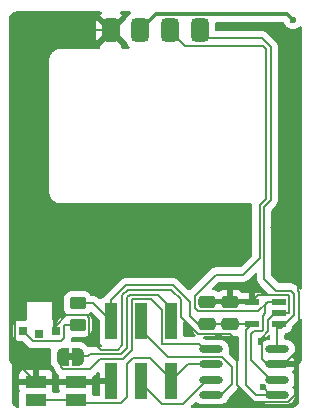
<source format=gbr>
%TF.GenerationSoftware,KiCad,Pcbnew,8.0.4*%
%TF.CreationDate,2024-10-20T23:48:37-07:00*%
%TF.ProjectId,MacSAO,4d616353-414f-42e6-9b69-6361645f7063,rev?*%
%TF.SameCoordinates,Original*%
%TF.FileFunction,Copper,L2,Bot*%
%TF.FilePolarity,Positive*%
%FSLAX46Y46*%
G04 Gerber Fmt 4.6, Leading zero omitted, Abs format (unit mm)*
G04 Created by KiCad (PCBNEW 8.0.4) date 2024-10-20 23:48:37*
%MOMM*%
%LPD*%
G01*
G04 APERTURE LIST*
G04 Aperture macros list*
%AMRoundRect*
0 Rectangle with rounded corners*
0 $1 Rounding radius*
0 $2 $3 $4 $5 $6 $7 $8 $9 X,Y pos of 4 corners*
0 Add a 4 corners polygon primitive as box body*
4,1,4,$2,$3,$4,$5,$6,$7,$8,$9,$2,$3,0*
0 Add four circle primitives for the rounded corners*
1,1,$1+$1,$2,$3*
1,1,$1+$1,$4,$5*
1,1,$1+$1,$6,$7*
1,1,$1+$1,$8,$9*
0 Add four rect primitives between the rounded corners*
20,1,$1+$1,$2,$3,$4,$5,0*
20,1,$1+$1,$4,$5,$6,$7,0*
20,1,$1+$1,$6,$7,$8,$9,0*
20,1,$1+$1,$8,$9,$2,$3,0*%
%AMFreePoly0*
4,1,19,0.500000,-0.750000,0.000000,-0.750000,0.000000,-0.744911,-0.071157,-0.744911,-0.207708,-0.704816,-0.327430,-0.627875,-0.420627,-0.520320,-0.479746,-0.390866,-0.500000,-0.250000,-0.500000,0.250000,-0.479746,0.390866,-0.420627,0.520320,-0.327430,0.627875,-0.207708,0.704816,-0.071157,0.744911,0.000000,0.744911,0.000000,0.750000,0.500000,0.750000,0.500000,-0.750000,0.500000,-0.750000,
$1*%
%AMFreePoly1*
4,1,19,0.000000,0.744911,0.071157,0.744911,0.207708,0.704816,0.327430,0.627875,0.420627,0.520320,0.479746,0.390866,0.500000,0.250000,0.500000,-0.250000,0.479746,-0.390866,0.420627,-0.520320,0.327430,-0.627875,0.207708,-0.704816,0.071157,-0.744911,0.000000,-0.744911,0.000000,-0.750000,-0.500000,-0.750000,-0.500000,0.750000,0.000000,0.750000,0.000000,0.744911,0.000000,0.744911,
$1*%
G04 Aperture macros list end*
%TA.AperFunction,EtchedComponent*%
%ADD10C,0.000000*%
%TD*%
%TA.AperFunction,SMDPad,CuDef*%
%ADD11R,1.800000X1.100000*%
%TD*%
%TA.AperFunction,SMDPad,CuDef*%
%ADD12R,1.160000X0.490000*%
%TD*%
%TA.AperFunction,SMDPad,CuDef*%
%ADD13R,1.180000X0.490000*%
%TD*%
%TA.AperFunction,SMDPad,CuDef*%
%ADD14RoundRect,0.250000X-0.475000X0.250000X-0.475000X-0.250000X0.475000X-0.250000X0.475000X0.250000X0*%
%TD*%
%TA.AperFunction,SMDPad,CuDef*%
%ADD15R,1.000000X3.150000*%
%TD*%
%TA.AperFunction,SMDPad,CuDef*%
%ADD16O,2.030000X0.650000*%
%TD*%
%TA.AperFunction,SMDPad,CuDef*%
%ADD17RoundRect,0.250000X-0.450000X0.262500X-0.450000X-0.262500X0.450000X-0.262500X0.450000X0.262500X0*%
%TD*%
%TA.AperFunction,SMDPad,CuDef*%
%ADD18R,0.700000X0.700000*%
%TD*%
%TA.AperFunction,SMDPad,CuDef*%
%ADD19FreePoly0,180.000000*%
%TD*%
%TA.AperFunction,SMDPad,CuDef*%
%ADD20FreePoly1,180.000000*%
%TD*%
%TA.AperFunction,SMDPad,CuDef*%
%ADD21RoundRect,0.375000X-0.375000X-0.625000X0.375000X-0.625000X0.375000X0.625000X-0.375000X0.625000X0*%
%TD*%
%TA.AperFunction,ViaPad*%
%ADD22C,0.600000*%
%TD*%
%TA.AperFunction,Conductor*%
%ADD23C,0.200000*%
%TD*%
%TA.AperFunction,Conductor*%
%ADD24C,0.350000*%
%TD*%
G04 APERTURE END LIST*
D10*
%TA.AperFunction,EtchedComponent*%
%TO.C,JP1*%
G36*
X160570000Y-102390000D02*
G01*
X160070000Y-102390000D01*
X160070000Y-101790000D01*
X160570000Y-101790000D01*
X160570000Y-102390000D01*
G37*
%TD.AperFunction*%
%TD*%
D11*
%TO.P,SW1,1,1*%
%TO.N,GND*%
X160800000Y-104245000D03*
%TO.P,SW1,1',1'*%
X157400000Y-104245000D03*
%TO.P,SW1,2,2*%
%TO.N,/GPIO2*%
X160800000Y-105745000D03*
%TO.P,SW1,2',2'*%
X157400000Y-105745000D03*
%TD*%
D12*
%TO.P,U3,1,SCL*%
%TO.N,/SoftSCL*%
X178000000Y-97450000D03*
%TO.P,U3,2,GND*%
%TO.N,GND*%
X178000000Y-98400000D03*
%TO.P,U3,3,SDA*%
%TO.N,/SoftSDA*%
X178000000Y-99350000D03*
D13*
%TO.P,U3,4,VCC*%
%TO.N,+3.3V*%
X175700000Y-99350000D03*
%TO.P,U3,5,WP*%
%TO.N,GND*%
X175700000Y-97450000D03*
%TD*%
D14*
%TO.P,C1,1*%
%TO.N,GND*%
X173870000Y-97470000D03*
%TO.P,C1,2*%
%TO.N,+3.3V*%
X173870000Y-99370000D03*
%TD*%
D15*
%TO.P,J1,1,Pin_1*%
%TO.N,+3.3V*%
X163800000Y-99125000D03*
%TO.P,J1,2,Pin_2*%
%TO.N,GND*%
X163800000Y-104175000D03*
%TO.P,J1,3,Pin_3*%
%TO.N,/SDA*%
X166340000Y-99125000D03*
%TO.P,J1,4,Pin_4*%
%TO.N,/SCL*%
X166340000Y-104175000D03*
%TO.P,J1,5,Pin_5*%
%TO.N,/ProgramEN*%
X168880000Y-99125000D03*
%TO.P,J1,6,Pin_6*%
%TO.N,/GPIO2*%
X168880000Y-104175000D03*
%TD*%
D16*
%TO.P,U2,1,PD6/A6/URX/T2CH3_/UTX_PA1/OSCI/A1/T1CH2/OPN0*%
%TO.N,/SoftSDA*%
X177850000Y-101490000D03*
%TO.P,U2,2,VSS*%
%TO.N,GND*%
X177850000Y-102760000D03*
%TO.P,U2,3,PA2/OSCO/A0/T1CH2N/OPP0/AETR2_*%
%TO.N,/SoftSCL*%
X177850000Y-104040000D03*
%TO.P,U2,4,VDD*%
%TO.N,+3.3V*%
X177850000Y-105310000D03*
%TO.P,U2,5,PC1/SDA/NSS/T2CH4_/T2CH1ETR_/T1BKIN_/URX_*%
%TO.N,/SDA*%
X172250000Y-105310000D03*
%TO.P,U2,6,PC2/SCL/URTS/T1BKIN/PC2/AETR_/T2CH2_/T1ETR_*%
%TO.N,/SCL*%
X172250000Y-104040000D03*
%TO.P,U2,7,PC4/A2/T1CH4/MCO/T1CH1CH2N_*%
%TO.N,/GPIO2*%
X172250000Y-102760000D03*
%TO.P,U2,8,PD4/A7/PD5/A5/SWIO/UTX/T2CH4_/URX_*%
%TO.N,/SWIO*%
X172250000Y-101490000D03*
%TD*%
D17*
%TO.P,R1,1*%
%TO.N,+3.3V*%
X160950000Y-97587500D03*
%TO.P,R1,2*%
%TO.N,Net-(R1-Pad2)*%
X160950000Y-99412500D03*
%TD*%
D18*
%TO.P,U1,1,1*%
%TO.N,Net-(R1-Pad2)*%
X156314440Y-99910000D03*
%TO.P,U1,2,2*%
%TO.N,GND*%
X159114440Y-99910000D03*
%TO.P,U1,3,NC*%
%TO.N,unconnected-(U1-NC-Pad3)*%
X157714440Y-100150000D03*
%TD*%
D14*
%TO.P,C2,1*%
%TO.N,GND*%
X171870000Y-97470000D03*
%TO.P,C2,2*%
%TO.N,+3.3V*%
X171870000Y-99370000D03*
%TD*%
D19*
%TO.P,JP1,1,A*%
%TO.N,/ProgramEN*%
X160970000Y-102090000D03*
D20*
%TO.P,JP1,2,B*%
%TO.N,/SWIO*%
X159670000Y-102090000D03*
%TD*%
D21*
%TO.P,J2,1,Pin_1*%
%TO.N,/SoftSDA*%
X171307000Y-74477000D03*
%TO.P,J2,2,Pin_2*%
%TO.N,/SoftSCL*%
X168767000Y-74477000D03*
%TO.P,J2,3,Pin_3*%
%TO.N,+3.3V*%
X166227000Y-74477000D03*
%TO.P,J2,4,Pin_4*%
%TO.N,GND*%
X163747000Y-74477000D03*
%TD*%
D22*
%TO.N,+3.3V*%
X176624436Y-104667533D03*
X179198000Y-73588000D03*
%TD*%
D23*
%TO.N,+3.3V*%
X169045686Y-96050000D02*
X170445000Y-97449314D01*
X177266903Y-105310000D02*
X176624436Y-104667533D01*
D24*
X178712000Y-73102000D02*
X179198000Y-73588000D01*
D23*
X175700000Y-99350000D02*
X175200000Y-99850000D01*
X175650000Y-99400000D02*
X175700000Y-99350000D01*
X175200000Y-104500000D02*
X176010000Y-105310000D01*
X170445000Y-97449314D02*
X170445000Y-98670000D01*
X170445000Y-98670000D02*
X171145000Y-99370000D01*
X160950000Y-97587500D02*
X162262500Y-97587500D01*
X177850000Y-105310000D02*
X177266903Y-105310000D01*
X171145000Y-99370000D02*
X171870000Y-99370000D01*
X164990000Y-96050000D02*
X169045686Y-96050000D01*
X162262500Y-97587500D02*
X163800000Y-99125000D01*
X163800000Y-97292943D02*
X164990000Y-96102943D01*
D24*
X166227000Y-74477000D02*
X167602000Y-73102000D01*
D23*
X164990000Y-96102943D02*
X164990000Y-96050000D01*
X175700000Y-99350000D02*
X171890000Y-99350000D01*
X175200000Y-99850000D02*
X175200000Y-104500000D01*
X171890000Y-99350000D02*
X171870000Y-99370000D01*
X176010000Y-105310000D02*
X177850000Y-105310000D01*
D24*
X167602000Y-73102000D02*
X178712000Y-73102000D01*
D23*
X163800000Y-99125000D02*
X163800000Y-97292943D01*
%TO.N,GND*%
X156733578Y-97200000D02*
X157700000Y-97200000D01*
X179350000Y-105383883D02*
X178798883Y-105935000D01*
X178000000Y-98400000D02*
X177665000Y-98400000D01*
X170210256Y-99220000D02*
X170170000Y-99220000D01*
X176960000Y-102760000D02*
X177850000Y-102760000D01*
X176245000Y-96905000D02*
X178855000Y-96905000D01*
X160800000Y-104245000D02*
X163730000Y-104245000D01*
X179600000Y-93400000D02*
X177350000Y-91150000D01*
X175700000Y-97450000D02*
X171890000Y-97450000D01*
X175885000Y-105935000D02*
X174450000Y-104500000D01*
X177850000Y-102760000D02*
X179100000Y-102760000D01*
X155664440Y-98269138D02*
X156733578Y-97200000D01*
X169680000Y-97250000D02*
X168880000Y-96450000D01*
X179680000Y-101495000D02*
X179680000Y-96598629D01*
X176535000Y-100515686D02*
X176535000Y-102335000D01*
X157700000Y-97200000D02*
X157881970Y-97018030D01*
X170170000Y-99220000D02*
X169680000Y-98730000D01*
X175700000Y-97450000D02*
X176245000Y-96905000D01*
X160720000Y-104175000D02*
X160650000Y-104245000D01*
X178880000Y-98370000D02*
X178850000Y-98400000D01*
X179350000Y-103010000D02*
X179350000Y-105383883D01*
X159114440Y-99480000D02*
X159114440Y-99910000D01*
X157881970Y-76071278D02*
X157881970Y-96181970D01*
X159114440Y-97414440D02*
X159114440Y-99703706D01*
X168880000Y-96450000D02*
X165208629Y-96450000D01*
X179100000Y-102760000D02*
X179350000Y-103010000D01*
X177665000Y-98400000D02*
X177100000Y-98965000D01*
X178850000Y-98400000D02*
X178000000Y-98400000D01*
X163730000Y-104245000D02*
X163800000Y-104175000D01*
X157881970Y-96181970D02*
X159114440Y-97414440D01*
X177850000Y-102760000D02*
X178415000Y-102760000D01*
X176535000Y-102335000D02*
X176960000Y-102760000D01*
X177100000Y-98965000D02*
X177100000Y-99950686D01*
X159476248Y-74477000D02*
X157881970Y-76071278D01*
X161950000Y-98830000D02*
X161720000Y-98600000D01*
X178415000Y-102760000D02*
X179680000Y-101495000D01*
X171160256Y-100170000D02*
X170210256Y-99220000D01*
X155664440Y-102509440D02*
X155664440Y-98269138D01*
X171890000Y-97450000D02*
X171870000Y-97470000D01*
X159114440Y-97635560D02*
X159114440Y-99703706D01*
X157881970Y-97018030D02*
X157881970Y-96181970D01*
X161720000Y-98600000D02*
X159994440Y-98600000D01*
X165208629Y-96450000D02*
X164740000Y-96918629D01*
X178855000Y-96905000D02*
X178880000Y-96930000D01*
X163747000Y-74477000D02*
X159476248Y-74477000D01*
X177100000Y-99950686D02*
X176535000Y-100515686D01*
X164380000Y-101500000D02*
X162920000Y-101500000D01*
X161950000Y-100530000D02*
X161950000Y-98830000D01*
X179600000Y-96518629D02*
X179600000Y-93400000D01*
X157400000Y-104245000D02*
X160800000Y-104245000D01*
X174450000Y-100750000D02*
X173870000Y-100170000D01*
X178798883Y-105935000D02*
X175885000Y-105935000D01*
X179680000Y-96598629D02*
X179600000Y-96518629D01*
X178880000Y-96930000D02*
X178880000Y-98370000D01*
X157400000Y-104245000D02*
X155664440Y-102509440D01*
X173870000Y-100170000D02*
X171160256Y-100170000D01*
X162920000Y-101500000D02*
X161950000Y-100530000D01*
X174450000Y-104500000D02*
X174450000Y-100750000D01*
X161200000Y-104245000D02*
X160650000Y-104245000D01*
X159994440Y-98600000D02*
X159114440Y-99480000D01*
X164740000Y-101140000D02*
X164380000Y-101500000D01*
X169680000Y-98730000D02*
X169680000Y-97250000D01*
X164740000Y-96918629D02*
X164740000Y-101140000D01*
%TO.N,/GPIO2*%
X168880000Y-103992843D02*
X167100000Y-102212843D01*
X168880000Y-104175000D02*
X168880000Y-103992843D01*
X164600000Y-106050000D02*
X161105000Y-106050000D01*
X170295000Y-102760000D02*
X168880000Y-104175000D01*
X157400000Y-105745000D02*
X160800000Y-105745000D01*
X167100000Y-102212843D02*
X165627157Y-102212843D01*
X160650000Y-105745000D02*
X160955000Y-106050000D01*
X165100000Y-105550000D02*
X164600000Y-106050000D01*
X165100000Y-102740000D02*
X165100000Y-105550000D01*
X165627157Y-102212843D02*
X165100000Y-102740000D01*
X172250000Y-102760000D02*
X170295000Y-102760000D01*
X161105000Y-106050000D02*
X160800000Y-105745000D01*
%TO.N,/SoftSDA*%
X178175000Y-99650000D02*
X179280000Y-98545000D01*
X177730000Y-96505000D02*
X176750000Y-95525000D01*
X177300000Y-75881000D02*
X176531000Y-75112000D01*
X177850000Y-99650000D02*
X178175000Y-99650000D01*
X177850000Y-99650000D02*
X177850000Y-99500000D01*
X176750000Y-89428686D02*
X177300000Y-88878686D01*
X176750000Y-95525000D02*
X176750000Y-89428686D01*
X179020685Y-96505000D02*
X177730000Y-96505000D01*
X179280000Y-96764315D02*
X179020685Y-96505000D01*
X176531000Y-75112000D02*
X171942000Y-75112000D01*
X177300000Y-88878686D02*
X177300000Y-75881000D01*
X177850000Y-101490000D02*
X177850000Y-99650000D01*
X177850000Y-99500000D02*
X178000000Y-99350000D01*
X179280000Y-98545000D02*
X179280000Y-96764315D01*
X171942000Y-75112000D02*
X171307000Y-74477000D01*
%TO.N,/SoftSCL*%
X176230000Y-98270000D02*
X177050000Y-97450000D01*
X171160256Y-98270000D02*
X176230000Y-98270000D01*
X170845000Y-96945256D02*
X170845000Y-97954744D01*
X176900000Y-76046686D02*
X176900000Y-88713000D01*
X170845000Y-97954744D02*
X171160256Y-98270000D01*
X175600000Y-102355000D02*
X175600000Y-100150000D01*
X177050000Y-97450000D02*
X178000000Y-97450000D01*
X176600000Y-98650000D02*
X176850000Y-98400000D01*
X176350000Y-89263000D02*
X176350000Y-93760000D01*
X176850000Y-98400000D02*
X176850000Y-97650000D01*
X176630314Y-75777000D02*
X176900000Y-76046686D01*
X175600000Y-100150000D02*
X175855000Y-99895000D01*
X176350000Y-93760000D02*
X174960000Y-95150000D01*
X176590000Y-99895000D02*
X176600000Y-99885000D01*
X177850000Y-104040000D02*
X177285000Y-104040000D01*
X174960000Y-95150000D02*
X172640256Y-95150000D01*
X172640256Y-95150000D02*
X170845000Y-96945256D01*
X170067000Y-75777000D02*
X176630314Y-75777000D01*
X168767000Y-74477000D02*
X170067000Y-75777000D01*
X176850000Y-97650000D02*
X177050000Y-97450000D01*
X177285000Y-104040000D02*
X175600000Y-102355000D01*
X176900000Y-88713000D02*
X176350000Y-89263000D01*
X175855000Y-99895000D02*
X176590000Y-99895000D01*
X176600000Y-99885000D02*
X176600000Y-98650000D01*
%TO.N,/SWIO*%
X172250000Y-101490000D02*
X171685000Y-101490000D01*
X171195000Y-101000000D02*
X168080000Y-101000000D01*
X168080000Y-98190000D02*
X167140000Y-97250000D01*
X162880000Y-102300000D02*
X162010000Y-103170000D01*
X165540000Y-101520000D02*
X164760000Y-102300000D01*
X171685000Y-101490000D02*
X171195000Y-101000000D01*
X167140000Y-97250000D02*
X165540000Y-97250000D01*
X159570000Y-102090000D02*
X159764440Y-101895560D01*
X159730000Y-103170000D02*
X159570000Y-103010000D01*
X162010000Y-103170000D02*
X159730000Y-103170000D01*
X168080000Y-101000000D02*
X168080000Y-98190000D01*
X164760000Y-102300000D02*
X162880000Y-102300000D01*
X159570000Y-103010000D02*
X159570000Y-102090000D01*
X165540000Y-97250000D02*
X165540000Y-101520000D01*
%TO.N,/SCL*%
X169850000Y-106100000D02*
X171910000Y-104040000D01*
X168130000Y-106100000D02*
X169850000Y-106100000D01*
X171910000Y-104040000D02*
X172250000Y-104040000D01*
X166340000Y-104310000D02*
X168130000Y-106100000D01*
X166340000Y-104175000D02*
X166340000Y-104310000D01*
%TO.N,/SDA*%
X173119569Y-105310000D02*
X172250000Y-105310000D01*
X173178883Y-102115000D02*
X174000000Y-102936117D01*
X168615000Y-102115000D02*
X173178883Y-102115000D01*
X174000000Y-102936117D02*
X174000000Y-104429569D01*
X166340000Y-99125000D02*
X166340000Y-99840000D01*
X174000000Y-104429569D02*
X173119569Y-105310000D01*
X166340000Y-99840000D02*
X168615000Y-102115000D01*
%TO.N,Net-(R1-Pad2)*%
X157204440Y-100800000D02*
X156314440Y-99910000D01*
X156064440Y-99953706D02*
X156314440Y-99703706D01*
X161237500Y-99125000D02*
X160950000Y-99412500D01*
X159764440Y-100560000D02*
X159524440Y-100800000D01*
X159764440Y-99412500D02*
X159764440Y-100560000D01*
X156350000Y-99739266D02*
X156314440Y-99703706D01*
X159524440Y-100800000D02*
X157204440Y-100800000D01*
X160950000Y-99412500D02*
X159764440Y-99412500D01*
%TO.N,/ProgramEN*%
X161844314Y-102030000D02*
X161974314Y-101900000D01*
X160870000Y-102090000D02*
X160870000Y-101760000D01*
X161140000Y-102030000D02*
X161844314Y-102030000D01*
X160870000Y-101760000D02*
X161140000Y-102030000D01*
X165140000Y-97084315D02*
X165374315Y-96850000D01*
X165374315Y-96850000D02*
X167760000Y-96850000D01*
X168880000Y-99480000D02*
X168880000Y-99125000D01*
X161974314Y-101900000D02*
X164594314Y-101900000D01*
X167760000Y-96850000D02*
X168880000Y-97970000D01*
X164594314Y-101900000D02*
X165140000Y-101354314D01*
X168880000Y-97970000D02*
X168880000Y-99125000D01*
X165140000Y-101354314D02*
X165140000Y-97084315D01*
%TD*%
%TA.AperFunction,Conductor*%
%TO.N,GND*%
G36*
X179883443Y-98893307D02*
G01*
X179939376Y-98935179D01*
X179963793Y-99000643D01*
X179964109Y-99009489D01*
X179964109Y-102168960D01*
X179964057Y-102172541D01*
X179962942Y-102211129D01*
X179962528Y-102218289D01*
X179959386Y-102254426D01*
X179958559Y-102261544D01*
X179953411Y-102296915D01*
X179952181Y-102303940D01*
X179945089Y-102338561D01*
X179943468Y-102345467D01*
X179934480Y-102379354D01*
X179932484Y-102386100D01*
X179921679Y-102419146D01*
X179919324Y-102425716D01*
X179906732Y-102457961D01*
X179904039Y-102464328D01*
X179889742Y-102495662D01*
X179886731Y-102501806D01*
X179870751Y-102532259D01*
X179867440Y-102538170D01*
X179849851Y-102567654D01*
X179846261Y-102573318D01*
X179827122Y-102601781D01*
X179823270Y-102607191D01*
X179802628Y-102634597D01*
X179798532Y-102639745D01*
X179776456Y-102666029D01*
X179772123Y-102670921D01*
X179748644Y-102696058D01*
X179744092Y-102700682D01*
X179719314Y-102724572D01*
X179714555Y-102728928D01*
X179686090Y-102753649D01*
X179686090Y-105850087D01*
X179686051Y-105853202D01*
X179685411Y-105878670D01*
X179685097Y-105884904D01*
X179683321Y-105908392D01*
X179682696Y-105914588D01*
X179679774Y-105937713D01*
X179678840Y-105943862D01*
X179674806Y-105966564D01*
X179673570Y-105972632D01*
X179668456Y-105994894D01*
X179666923Y-106000881D01*
X179660753Y-106022695D01*
X179658939Y-106028551D01*
X179651741Y-106049907D01*
X179649644Y-106055655D01*
X179641450Y-106076506D01*
X179639088Y-106082111D01*
X179629904Y-106102485D01*
X179627282Y-106107941D01*
X179617172Y-106127730D01*
X179614301Y-106133028D01*
X179603266Y-106152260D01*
X179600158Y-106157386D01*
X179588220Y-106176041D01*
X179584877Y-106180997D01*
X179572087Y-106199008D01*
X179568518Y-106203786D01*
X179554888Y-106221147D01*
X179551104Y-106225736D01*
X179536668Y-106242411D01*
X179532673Y-106246808D01*
X179517460Y-106262767D01*
X179513262Y-106266965D01*
X179497299Y-106282181D01*
X179492904Y-106286174D01*
X179476229Y-106300610D01*
X179471637Y-106304396D01*
X179454280Y-106318022D01*
X179449509Y-106321586D01*
X179431488Y-106334384D01*
X179426531Y-106337728D01*
X179407896Y-106349654D01*
X179402765Y-106352765D01*
X179383506Y-106363815D01*
X179378208Y-106366686D01*
X179358420Y-106376795D01*
X179352961Y-106379418D01*
X179332616Y-106388588D01*
X179327019Y-106390947D01*
X179306152Y-106399148D01*
X179300404Y-106401245D01*
X179279062Y-106408439D01*
X179273197Y-106410256D01*
X179251354Y-106416433D01*
X179245393Y-106417959D01*
X179223119Y-106423076D01*
X179217062Y-106424310D01*
X179194359Y-106428344D01*
X179188211Y-106429278D01*
X179165087Y-106432200D01*
X179158893Y-106432825D01*
X179135396Y-106434602D01*
X179129161Y-106434916D01*
X179106307Y-106435490D01*
X179103698Y-106435556D01*
X179100586Y-106435595D01*
X170663001Y-106435595D01*
X170595962Y-106415910D01*
X170550207Y-106363106D01*
X170540263Y-106293948D01*
X170569288Y-106230392D01*
X170575320Y-106223914D01*
X170623199Y-106176035D01*
X170853220Y-105946013D01*
X170914542Y-105912530D01*
X170984234Y-105917514D01*
X171028581Y-105946015D01*
X171033771Y-105951205D01*
X171033779Y-105951211D01*
X171168976Y-106041547D01*
X171168980Y-106041549D01*
X171316077Y-106102478D01*
X171319211Y-106103776D01*
X171319215Y-106103776D01*
X171319216Y-106103777D01*
X171478692Y-106135500D01*
X171478695Y-106135500D01*
X173021307Y-106135500D01*
X173128598Y-106114157D01*
X173180789Y-106103776D01*
X173297005Y-106055638D01*
X173331019Y-106041549D01*
X173331023Y-106041547D01*
X173400844Y-105994894D01*
X173466225Y-105951208D01*
X173581208Y-105836225D01*
X173671548Y-105701021D01*
X173728412Y-105563737D01*
X173755288Y-105523514D01*
X174358506Y-104920297D01*
X174358511Y-104920293D01*
X174368714Y-104910089D01*
X174368716Y-104910089D01*
X174480520Y-104798285D01*
X174480523Y-104798278D01*
X174480700Y-104798050D01*
X174480903Y-104797901D01*
X174486267Y-104792538D01*
X174487103Y-104793374D01*
X174537126Y-104756845D01*
X174606872Y-104752688D01*
X174667794Y-104786898D01*
X174686465Y-104811533D01*
X174719477Y-104868712D01*
X174719481Y-104868717D01*
X174838349Y-104987585D01*
X174838355Y-104987590D01*
X175525139Y-105674374D01*
X175525149Y-105674385D01*
X175529479Y-105678715D01*
X175529480Y-105678716D01*
X175641284Y-105790520D01*
X175720448Y-105836225D01*
X175778215Y-105869577D01*
X175930943Y-105910501D01*
X175930946Y-105910501D01*
X176096653Y-105910501D01*
X176096669Y-105910500D01*
X176541704Y-105910500D01*
X176608743Y-105930185D01*
X176629385Y-105946819D01*
X176633771Y-105951205D01*
X176633779Y-105951211D01*
X176768976Y-106041547D01*
X176768980Y-106041549D01*
X176916077Y-106102478D01*
X176919211Y-106103776D01*
X176919215Y-106103776D01*
X176919216Y-106103777D01*
X177078692Y-106135500D01*
X177078695Y-106135500D01*
X178621307Y-106135500D01*
X178728598Y-106114157D01*
X178780789Y-106103776D01*
X178897005Y-106055638D01*
X178931019Y-106041549D01*
X178931023Y-106041547D01*
X179000844Y-105994894D01*
X179066225Y-105951208D01*
X179181208Y-105836225D01*
X179271548Y-105701021D01*
X179333776Y-105550789D01*
X179365500Y-105391305D01*
X179365500Y-105228695D01*
X179365500Y-105228692D01*
X179333777Y-105069216D01*
X179333776Y-105069215D01*
X179333776Y-105069211D01*
X179331548Y-105063831D01*
X179271549Y-104918980D01*
X179271547Y-104918976D01*
X179181211Y-104783779D01*
X179181210Y-104783777D01*
X179172933Y-104775500D01*
X179160113Y-104762680D01*
X179126629Y-104701360D01*
X179131612Y-104631669D01*
X179160113Y-104587319D01*
X179181208Y-104566225D01*
X179228799Y-104495000D01*
X179271547Y-104431023D01*
X179271549Y-104431019D01*
X179308723Y-104341272D01*
X179333776Y-104280789D01*
X179354578Y-104176211D01*
X179365500Y-104121307D01*
X179365500Y-103958692D01*
X179333777Y-103799216D01*
X179333776Y-103799215D01*
X179333776Y-103799211D01*
X179304933Y-103729577D01*
X179271549Y-103648980D01*
X179271547Y-103648976D01*
X179181211Y-103513779D01*
X179181210Y-103513777D01*
X179169580Y-103502147D01*
X179154759Y-103487326D01*
X179121275Y-103426006D01*
X179126259Y-103356314D01*
X179154761Y-103311963D01*
X179180822Y-103285902D01*
X179271107Y-103150781D01*
X179329421Y-103010000D01*
X177724000Y-103010000D01*
X177656961Y-102990315D01*
X177611206Y-102937511D01*
X177600000Y-102886000D01*
X177600000Y-102634000D01*
X177619685Y-102566961D01*
X177672489Y-102521206D01*
X177724000Y-102510000D01*
X179329421Y-102510000D01*
X179329420Y-102509999D01*
X179271107Y-102369218D01*
X179180819Y-102234093D01*
X179180816Y-102234089D01*
X179159761Y-102213034D01*
X179126276Y-102151711D01*
X179131260Y-102082019D01*
X179159760Y-102037672D01*
X179181208Y-102016225D01*
X179271548Y-101881021D01*
X179333776Y-101730789D01*
X179344157Y-101678598D01*
X179365500Y-101571307D01*
X179365500Y-101408692D01*
X179333777Y-101249216D01*
X179333776Y-101249215D01*
X179333776Y-101249211D01*
X179314163Y-101201860D01*
X179271549Y-101098980D01*
X179271547Y-101098976D01*
X179181211Y-100963779D01*
X179181205Y-100963771D01*
X179066228Y-100848794D01*
X179066220Y-100848788D01*
X178931023Y-100758452D01*
X178931019Y-100758450D01*
X178780793Y-100696225D01*
X178780783Y-100696222D01*
X178621307Y-100664500D01*
X178621305Y-100664500D01*
X178574500Y-100664500D01*
X178507461Y-100644815D01*
X178461706Y-100592011D01*
X178450500Y-100540500D01*
X178450500Y-100255928D01*
X178470185Y-100188889D01*
X178512499Y-100148541D01*
X178543716Y-100130520D01*
X178543720Y-100130516D01*
X178550166Y-100125571D01*
X178551256Y-100126992D01*
X178603742Y-100098333D01*
X178624586Y-100096091D01*
X178624576Y-100095900D01*
X178624571Y-100095854D01*
X178624573Y-100095853D01*
X178624564Y-100095676D01*
X178627857Y-100095499D01*
X178627872Y-100095499D01*
X178687483Y-100089091D01*
X178822331Y-100038796D01*
X178937546Y-99952546D01*
X179023796Y-99837331D01*
X179074091Y-99702483D01*
X179075101Y-99693085D01*
X179080499Y-99642885D01*
X179080677Y-99639566D01*
X179080855Y-99639575D01*
X179080856Y-99639569D01*
X179080977Y-99639582D01*
X179082127Y-99639643D01*
X179100122Y-99578152D01*
X179116813Y-99557420D01*
X179638506Y-99035728D01*
X179638511Y-99035724D01*
X179648714Y-99025520D01*
X179648716Y-99025520D01*
X179752428Y-98921808D01*
X179813751Y-98888323D01*
X179883443Y-98893307D01*
G37*
%TD.AperFunction*%
%TA.AperFunction,Conductor*%
G36*
X162928543Y-72885753D02*
G01*
X162974298Y-72938557D01*
X162984242Y-73007715D01*
X162955217Y-73071271D01*
X162916599Y-73101156D01*
X162897969Y-73110395D01*
X162807040Y-73183486D01*
X162807039Y-73183486D01*
X163747000Y-74123447D01*
X163747001Y-74123447D01*
X164686959Y-73183487D01*
X164596024Y-73110392D01*
X164577402Y-73101157D01*
X164526089Y-73053736D01*
X164508559Y-72986101D01*
X164530379Y-72919726D01*
X164584619Y-72875683D01*
X164632496Y-72866068D01*
X165340381Y-72866068D01*
X165407420Y-72885753D01*
X165453175Y-72938557D01*
X165463119Y-73007715D01*
X165434094Y-73071271D01*
X165395477Y-73101155D01*
X165377704Y-73109970D01*
X165377702Y-73109971D01*
X165229278Y-73229277D01*
X165229277Y-73229278D01*
X165109969Y-73377704D01*
X165030568Y-73537803D01*
X165007161Y-73570389D01*
X164100553Y-74476999D01*
X164100553Y-74477001D01*
X165007160Y-75383608D01*
X165030567Y-75416195D01*
X165109967Y-75576292D01*
X165109969Y-75576295D01*
X165229275Y-75724719D01*
X165229276Y-75724720D01*
X165229278Y-75724722D01*
X165316831Y-75795099D01*
X165356748Y-75852440D01*
X165359328Y-75922262D01*
X165323750Y-75982395D01*
X165261309Y-76013747D01*
X165239142Y-76015744D01*
X164734062Y-76015744D01*
X164667023Y-75996059D01*
X164621268Y-75943255D01*
X164611324Y-75874097D01*
X164640349Y-75810541D01*
X164656374Y-75795097D01*
X164686958Y-75770511D01*
X163747000Y-74830553D01*
X162807040Y-75770512D01*
X162837625Y-75795097D01*
X162877544Y-75852440D01*
X162880124Y-75922262D01*
X162844545Y-75982395D01*
X162782105Y-76013747D01*
X162759938Y-76015744D01*
X159475663Y-76015744D01*
X159475658Y-76015744D01*
X159426162Y-76021708D01*
X159426155Y-76021709D01*
X159426148Y-76021710D01*
X159377439Y-76029852D01*
X159329486Y-76040137D01*
X159329472Y-76040140D01*
X159282434Y-76052490D01*
X159282412Y-76052496D01*
X159236270Y-76066877D01*
X159191101Y-76083228D01*
X159191076Y-76083238D01*
X159146929Y-76101510D01*
X159103846Y-76121655D01*
X159061922Y-76143599D01*
X159021145Y-76167324D01*
X158995870Y-76183583D01*
X158989275Y-76187826D01*
X158981597Y-76192765D01*
X158943376Y-76219836D01*
X158906468Y-76248535D01*
X158870994Y-76278755D01*
X158870979Y-76278768D01*
X158836924Y-76310514D01*
X158804404Y-76343675D01*
X158804378Y-76343702D01*
X158773397Y-76378274D01*
X158744037Y-76414175D01*
X158716322Y-76451388D01*
X158690338Y-76489816D01*
X158666128Y-76529420D01*
X158643724Y-76570189D01*
X158623229Y-76611976D01*
X158623210Y-76612016D01*
X158604637Y-76654845D01*
X158588041Y-76698665D01*
X158573488Y-76743386D01*
X158561021Y-76789003D01*
X158550704Y-76835415D01*
X158550701Y-76835431D01*
X158542590Y-76882566D01*
X158536726Y-76930438D01*
X158536724Y-76930458D01*
X158533169Y-76978948D01*
X158533167Y-76978987D01*
X158531970Y-77028102D01*
X158531970Y-77028109D01*
X158531970Y-88115488D01*
X158533337Y-88167872D01*
X158537396Y-88219571D01*
X158537397Y-88219579D01*
X158537398Y-88219590D01*
X158544078Y-88270517D01*
X158553321Y-88320653D01*
X158553328Y-88320689D01*
X158565057Y-88369909D01*
X158565059Y-88369917D01*
X158579230Y-88418252D01*
X158595750Y-88465536D01*
X158595761Y-88465565D01*
X158614570Y-88511766D01*
X158614586Y-88511803D01*
X158635639Y-88556902D01*
X158658845Y-88600779D01*
X158658857Y-88600799D01*
X158658865Y-88600814D01*
X158684191Y-88643464D01*
X158711553Y-88684787D01*
X158711560Y-88684797D01*
X158711565Y-88684804D01*
X158740871Y-88724705D01*
X158772123Y-88763204D01*
X158772132Y-88763215D01*
X158805179Y-88800144D01*
X158805184Y-88800149D01*
X158805192Y-88800157D01*
X158840039Y-88835534D01*
X158876593Y-88869264D01*
X158914789Y-88901282D01*
X158954562Y-88931525D01*
X158954580Y-88931537D01*
X158954593Y-88931547D01*
X158981236Y-88949878D01*
X158995845Y-88959929D01*
X159038573Y-88986429D01*
X159082682Y-89010961D01*
X159128104Y-89033461D01*
X159174775Y-89053866D01*
X159174792Y-89053872D01*
X159174805Y-89053878D01*
X159206677Y-89066028D01*
X159222629Y-89072110D01*
X159271600Y-89088129D01*
X159321623Y-89101860D01*
X159321626Y-89101860D01*
X159321631Y-89101862D01*
X159330560Y-89103853D01*
X159372633Y-89113239D01*
X159424563Y-89122200D01*
X159477349Y-89128681D01*
X159530924Y-89132616D01*
X159549023Y-89133058D01*
X159585221Y-89133942D01*
X175475879Y-89133942D01*
X175475880Y-89133942D01*
X175479756Y-89133847D01*
X175530161Y-89132616D01*
X175577718Y-89129119D01*
X175583673Y-89128682D01*
X175583673Y-89128681D01*
X175583686Y-89128681D01*
X175610365Y-89125400D01*
X175679305Y-89136755D01*
X175731163Y-89183580D01*
X175749499Y-89248473D01*
X175749499Y-89352046D01*
X175749500Y-89352059D01*
X175749500Y-93459903D01*
X175729815Y-93526942D01*
X175713181Y-93547584D01*
X174747584Y-94513181D01*
X174686261Y-94546666D01*
X174659903Y-94549500D01*
X172561196Y-94549500D01*
X172520275Y-94560464D01*
X172520275Y-94560465D01*
X172483007Y-94570451D01*
X172408470Y-94590423D01*
X172408465Y-94590426D01*
X172271546Y-94669475D01*
X172271538Y-94669481D01*
X172159734Y-94781286D01*
X170480651Y-96460368D01*
X170419328Y-96493853D01*
X170349636Y-96488869D01*
X170305289Y-96460368D01*
X169533276Y-95688355D01*
X169533274Y-95688352D01*
X169414403Y-95569481D01*
X169414395Y-95569475D01*
X169326475Y-95518715D01*
X169326474Y-95518715D01*
X169305763Y-95506757D01*
X169277471Y-95490423D01*
X169124743Y-95449499D01*
X168966629Y-95449499D01*
X168959033Y-95449499D01*
X168959017Y-95449500D01*
X164910943Y-95449500D01*
X164758216Y-95490423D01*
X164758209Y-95490426D01*
X164621290Y-95569475D01*
X164621282Y-95569481D01*
X164509482Y-95681281D01*
X164509480Y-95681284D01*
X164445320Y-95792412D01*
X164425614Y-95818092D01*
X163431286Y-96812421D01*
X163319481Y-96924225D01*
X163319479Y-96924227D01*
X163278269Y-96995606D01*
X163227702Y-97043821D01*
X163199407Y-97054279D01*
X163192525Y-97055905D01*
X163057671Y-97106202D01*
X163057664Y-97106206D01*
X162942455Y-97192452D01*
X162942452Y-97192455D01*
X162931557Y-97207009D01*
X162875622Y-97248878D01*
X162805930Y-97253860D01*
X162744612Y-97220376D01*
X162631217Y-97106981D01*
X162631216Y-97106980D01*
X162531657Y-97049500D01*
X162494285Y-97027923D01*
X162341557Y-96986999D01*
X162183443Y-96986999D01*
X162175847Y-96986999D01*
X162175831Y-96987000D01*
X162142508Y-96987000D01*
X162075469Y-96967315D01*
X162036969Y-96928097D01*
X162024543Y-96907951D01*
X161992712Y-96856344D01*
X161868656Y-96732288D01*
X161725333Y-96643886D01*
X161719336Y-96640187D01*
X161719331Y-96640185D01*
X161717862Y-96639698D01*
X161552797Y-96585001D01*
X161552795Y-96585000D01*
X161450010Y-96574500D01*
X160449998Y-96574500D01*
X160449980Y-96574501D01*
X160347203Y-96585000D01*
X160347200Y-96585001D01*
X160180668Y-96640185D01*
X160180663Y-96640187D01*
X160031342Y-96732289D01*
X159907289Y-96856342D01*
X159815187Y-97005663D01*
X159815185Y-97005668D01*
X159799077Y-97054279D01*
X159760001Y-97172203D01*
X159760001Y-97172204D01*
X159760000Y-97172204D01*
X159749500Y-97274983D01*
X159749500Y-97900001D01*
X159749501Y-97900019D01*
X159760000Y-98002796D01*
X159760001Y-98002799D01*
X159815185Y-98169331D01*
X159815187Y-98169336D01*
X159907289Y-98318657D01*
X160000951Y-98412319D01*
X160034436Y-98473642D01*
X160029452Y-98543334D01*
X160000951Y-98587681D01*
X159907289Y-98681342D01*
X159863031Y-98753097D01*
X159811083Y-98799821D01*
X159757492Y-98812000D01*
X159685383Y-98812000D01*
X159532656Y-98852923D01*
X159532649Y-98852926D01*
X159395730Y-98931975D01*
X159395722Y-98931981D01*
X159283921Y-99043782D01*
X159283915Y-99043790D01*
X159204866Y-99180709D01*
X159204863Y-99180716D01*
X159163940Y-99333443D01*
X159163940Y-100036000D01*
X159144255Y-100103039D01*
X159091451Y-100148794D01*
X159039940Y-100160000D01*
X158988440Y-100160000D01*
X158921401Y-100140315D01*
X158875646Y-100087511D01*
X158864440Y-100036000D01*
X158864440Y-99060000D01*
X158850073Y-99045633D01*
X158831961Y-99040315D01*
X158786206Y-98987511D01*
X158775000Y-98936000D01*
X158775000Y-97450000D01*
X156625000Y-97450000D01*
X156625000Y-98935500D01*
X156605315Y-99002539D01*
X156552511Y-99048294D01*
X156501000Y-99059500D01*
X155916569Y-99059500D01*
X155916563Y-99059501D01*
X155856956Y-99065908D01*
X155722111Y-99116202D01*
X155722104Y-99116206D01*
X155606895Y-99202452D01*
X155606892Y-99202455D01*
X155520646Y-99317664D01*
X155520642Y-99317671D01*
X155470348Y-99452517D01*
X155463941Y-99512116D01*
X155463940Y-99512135D01*
X155463940Y-99869513D01*
X155463939Y-99869539D01*
X155463939Y-100037873D01*
X155463940Y-100037898D01*
X155463941Y-100307864D01*
X155463941Y-100307876D01*
X155470348Y-100367483D01*
X155520642Y-100502328D01*
X155520646Y-100502335D01*
X155606892Y-100617544D01*
X155606895Y-100617547D01*
X155722104Y-100703793D01*
X155722111Y-100703797D01*
X155767058Y-100720561D01*
X155856957Y-100754091D01*
X155916567Y-100760500D01*
X156264342Y-100760499D01*
X156331381Y-100780183D01*
X156352023Y-100796818D01*
X156719579Y-101164374D01*
X156719589Y-101164385D01*
X156723919Y-101168715D01*
X156723920Y-101168716D01*
X156835724Y-101280520D01*
X156921740Y-101330181D01*
X156921741Y-101330182D01*
X156972649Y-101359574D01*
X156972650Y-101359574D01*
X156972655Y-101359577D01*
X157125383Y-101400500D01*
X158585458Y-101400500D01*
X158652497Y-101420185D01*
X158698252Y-101472989D01*
X158708196Y-101542147D01*
X158704435Y-101559435D01*
X158684966Y-101625738D01*
X158684963Y-101625748D01*
X158664503Y-101768059D01*
X158664503Y-101824399D01*
X158664500Y-101824409D01*
X158664500Y-102355573D01*
X158664503Y-102355601D01*
X158664503Y-102411941D01*
X158676546Y-102495698D01*
X158683703Y-102545478D01*
X158683703Y-102545481D01*
X158684964Y-102554255D01*
X158725503Y-102692313D01*
X158785223Y-102823081D01*
X158785227Y-102823087D01*
X158785230Y-102823094D01*
X158863014Y-102944130D01*
X158903033Y-102990315D01*
X158942273Y-103035601D01*
X158968334Y-103084709D01*
X159010424Y-103241789D01*
X159012983Y-103246221D01*
X159012987Y-103246226D01*
X159089477Y-103378712D01*
X159089481Y-103378717D01*
X159208349Y-103497585D01*
X159208355Y-103497590D01*
X159245139Y-103534374D01*
X159245149Y-103534385D01*
X159249479Y-103538715D01*
X159249480Y-103538716D01*
X159361284Y-103650520D01*
X159361286Y-103650521D01*
X159363681Y-103652916D01*
X159397166Y-103714239D01*
X159400000Y-103740598D01*
X159400000Y-103995000D01*
X162200000Y-103995000D01*
X162200000Y-103825293D01*
X162219685Y-103758254D01*
X162262000Y-103717906D01*
X162302558Y-103694489D01*
X162302574Y-103694480D01*
X162378716Y-103650520D01*
X162490520Y-103538716D01*
X162490520Y-103538714D01*
X162500721Y-103528514D01*
X162500724Y-103528509D01*
X162588321Y-103440912D01*
X162649643Y-103407430D01*
X162719334Y-103412414D01*
X162775268Y-103454286D01*
X162799684Y-103519751D01*
X162800000Y-103528596D01*
X162800000Y-103925000D01*
X163926000Y-103925000D01*
X163993039Y-103944685D01*
X164038794Y-103997489D01*
X164050000Y-104049000D01*
X164050000Y-104301000D01*
X164030315Y-104368039D01*
X163977511Y-104413794D01*
X163926000Y-104425000D01*
X162800000Y-104425000D01*
X162800000Y-105325500D01*
X162780315Y-105392539D01*
X162727511Y-105438294D01*
X162676000Y-105449500D01*
X162324499Y-105449500D01*
X162257460Y-105429815D01*
X162211705Y-105377011D01*
X162200499Y-105325500D01*
X162200499Y-105147129D01*
X162200498Y-105147123D01*
X162194091Y-105087517D01*
X162187261Y-105069206D01*
X162175480Y-105037618D01*
X162170495Y-104967927D01*
X162175480Y-104950949D01*
X162193597Y-104902375D01*
X162193598Y-104902372D01*
X162199999Y-104842844D01*
X162200000Y-104842827D01*
X162200000Y-104495000D01*
X159400000Y-104495000D01*
X159400000Y-104842844D01*
X159406401Y-104902372D01*
X159406403Y-104902383D01*
X159424519Y-104950953D01*
X159429503Y-105020644D01*
X159424520Y-105037616D01*
X159414743Y-105063831D01*
X159372873Y-105119765D01*
X159307409Y-105144184D01*
X159298560Y-105144500D01*
X158901439Y-105144500D01*
X158834400Y-105124815D01*
X158788645Y-105072011D01*
X158785257Y-105063833D01*
X158775478Y-105037615D01*
X158770495Y-104967926D01*
X158775480Y-104950949D01*
X158793597Y-104902375D01*
X158793598Y-104902372D01*
X158799999Y-104842844D01*
X158800000Y-104842827D01*
X158800000Y-104495000D01*
X156000000Y-104495000D01*
X156000000Y-104842844D01*
X156006401Y-104902372D01*
X156006403Y-104902383D01*
X156024519Y-104950953D01*
X156029503Y-105020644D01*
X156024520Y-105037616D01*
X156005908Y-105087517D01*
X155999816Y-105144184D01*
X155999501Y-105147123D01*
X155999500Y-105147135D01*
X155999500Y-106303332D01*
X155979815Y-106370371D01*
X155927011Y-106416126D01*
X155857853Y-106426070D01*
X155853793Y-106425417D01*
X155847550Y-106424307D01*
X155841492Y-106423074D01*
X155819237Y-106417961D01*
X155813263Y-106416431D01*
X155791442Y-106410261D01*
X155785568Y-106408441D01*
X155764214Y-106401242D01*
X155758475Y-106399149D01*
X155737613Y-106390951D01*
X155732008Y-106388588D01*
X155711645Y-106379409D01*
X155706204Y-106376795D01*
X155686377Y-106366665D01*
X155681116Y-106363814D01*
X155661857Y-106352764D01*
X155656726Y-106349653D01*
X155638091Y-106337727D01*
X155633134Y-106334383D01*
X155615113Y-106321585D01*
X155610342Y-106318021D01*
X155592985Y-106304395D01*
X155588393Y-106300609D01*
X155580699Y-106293948D01*
X155571705Y-106286161D01*
X155567349Y-106282204D01*
X155551349Y-106266953D01*
X155547164Y-106262767D01*
X155531954Y-106246811D01*
X155527959Y-106242414D01*
X155513509Y-106225722D01*
X155509730Y-106221139D01*
X155496106Y-106203784D01*
X155492543Y-106199014D01*
X155479745Y-106180993D01*
X155476401Y-106176035D01*
X155464472Y-106157395D01*
X155461363Y-106152268D01*
X155450322Y-106133026D01*
X155447447Y-106127721D01*
X155437336Y-106107927D01*
X155434718Y-106102478D01*
X155425541Y-106082120D01*
X155423177Y-106076513D01*
X155414979Y-106055651D01*
X155412886Y-106049912D01*
X155405687Y-106028558D01*
X155403871Y-106022695D01*
X155398662Y-106004277D01*
X155397696Y-106000858D01*
X155396169Y-105994894D01*
X155391046Y-105972599D01*
X155389818Y-105966563D01*
X155385784Y-105943858D01*
X155384851Y-105937714D01*
X155381929Y-105914593D01*
X155381305Y-105908416D01*
X155379524Y-105884875D01*
X155379213Y-105878670D01*
X155378573Y-105853198D01*
X155378534Y-105850087D01*
X155378534Y-103647155D01*
X156000000Y-103647155D01*
X156000000Y-103995000D01*
X157150000Y-103995000D01*
X157650000Y-103995000D01*
X158800000Y-103995000D01*
X158800000Y-103647172D01*
X158799999Y-103647155D01*
X158793598Y-103587627D01*
X158793596Y-103587620D01*
X158743354Y-103452913D01*
X158743350Y-103452906D01*
X158657190Y-103337812D01*
X158657187Y-103337809D01*
X158542093Y-103251649D01*
X158542086Y-103251645D01*
X158407379Y-103201403D01*
X158407372Y-103201401D01*
X158347844Y-103195000D01*
X157650000Y-103195000D01*
X157650000Y-103995000D01*
X157150000Y-103995000D01*
X157150000Y-103195000D01*
X156452155Y-103195000D01*
X156392627Y-103201401D01*
X156392620Y-103201403D01*
X156257913Y-103251645D01*
X156257906Y-103251649D01*
X156142812Y-103337809D01*
X156142809Y-103337812D01*
X156056649Y-103452906D01*
X156056645Y-103452913D01*
X156006403Y-103587620D01*
X156006401Y-103587627D01*
X156000000Y-103647155D01*
X155378534Y-103647155D01*
X155378534Y-102753649D01*
X155378533Y-102753647D01*
X155350036Y-102728920D01*
X155345286Y-102724577D01*
X155320454Y-102700661D01*
X155315918Y-102696058D01*
X155292423Y-102670938D01*
X155288101Y-102666067D01*
X155265965Y-102639757D01*
X155261864Y-102634611D01*
X155261853Y-102634597D01*
X155241186Y-102607205D01*
X155237333Y-102601805D01*
X155218139Y-102573316D01*
X155214547Y-102567660D01*
X155196929Y-102538191D01*
X155193614Y-102532286D01*
X155181891Y-102509999D01*
X155177598Y-102501837D01*
X155174583Y-102495698D01*
X155160246Y-102464356D01*
X155157545Y-102457988D01*
X155144925Y-102425760D01*
X155142560Y-102419180D01*
X155131723Y-102386129D01*
X155129718Y-102379369D01*
X155120710Y-102345503D01*
X155119081Y-102338588D01*
X155111968Y-102303969D01*
X155110735Y-102296945D01*
X155105569Y-102261558D01*
X155104739Y-102254448D01*
X155101585Y-102218289D01*
X155101170Y-102211132D01*
X155100052Y-102172530D01*
X155100000Y-102168940D01*
X155100000Y-73775903D01*
X162497000Y-73775903D01*
X162497000Y-75178096D01*
X162499898Y-75220830D01*
X162529716Y-75340728D01*
X162529717Y-75340728D01*
X163393447Y-74477000D01*
X162529717Y-73613270D01*
X162499897Y-73733175D01*
X162497000Y-73775903D01*
X155100000Y-73775903D01*
X155100000Y-73626242D01*
X155100039Y-73623128D01*
X155100287Y-73613270D01*
X155100906Y-73588626D01*
X155101217Y-73582447D01*
X155103669Y-73550011D01*
X155104293Y-73543834D01*
X155105056Y-73537803D01*
X155108324Y-73511934D01*
X155109258Y-73505796D01*
X155114820Y-73474498D01*
X155116049Y-73468454D01*
X155123120Y-73437676D01*
X155124648Y-73431715D01*
X155133164Y-73401603D01*
X155134981Y-73395737D01*
X155144925Y-73366239D01*
X155147021Y-73360494D01*
X155158331Y-73331716D01*
X155160692Y-73326115D01*
X155173369Y-73297992D01*
X155175978Y-73292565D01*
X155189945Y-73265227D01*
X155192814Y-73259932D01*
X155208062Y-73233356D01*
X155211143Y-73228275D01*
X155227650Y-73202481D01*
X155230954Y-73197584D01*
X155248647Y-73172670D01*
X155252172Y-73167951D01*
X155271022Y-73143942D01*
X155274759Y-73139409D01*
X155294732Y-73116338D01*
X155298675Y-73111999D01*
X155319698Y-73089944D01*
X155323884Y-73085759D01*
X155345931Y-73064743D01*
X155350268Y-73060802D01*
X155373330Y-73040837D01*
X155377893Y-73037075D01*
X155401864Y-73018256D01*
X155406638Y-73014690D01*
X155431496Y-72997037D01*
X155436450Y-72993696D01*
X155448317Y-72986101D01*
X155462190Y-72977222D01*
X155467271Y-72974140D01*
X155493898Y-72958861D01*
X155499128Y-72956028D01*
X155526510Y-72942039D01*
X155531929Y-72939435D01*
X155560078Y-72926745D01*
X155565602Y-72924416D01*
X155594485Y-72913066D01*
X155600164Y-72910995D01*
X155629675Y-72901046D01*
X155635502Y-72899241D01*
X155665665Y-72890710D01*
X155671598Y-72889191D01*
X155702378Y-72882119D01*
X155708404Y-72880892D01*
X155739778Y-72875317D01*
X155745862Y-72874393D01*
X155777779Y-72870358D01*
X155783928Y-72869738D01*
X155816379Y-72867285D01*
X155822548Y-72866974D01*
X155853450Y-72866197D01*
X155857062Y-72866107D01*
X155860175Y-72866068D01*
X162861504Y-72866068D01*
X162928543Y-72885753D01*
G37*
%TD.AperFunction*%
%TA.AperFunction,Conductor*%
G36*
X172935094Y-100218109D02*
G01*
X173075666Y-100304814D01*
X173242203Y-100359999D01*
X173344991Y-100370500D01*
X174395008Y-100370499D01*
X174395016Y-100370498D01*
X174395019Y-100370498D01*
X174462899Y-100363564D01*
X174531591Y-100376334D01*
X174582476Y-100424215D01*
X174599500Y-100486922D01*
X174599500Y-102387019D01*
X174579815Y-102454058D01*
X174527011Y-102499813D01*
X174457853Y-102509757D01*
X174394297Y-102480732D01*
X174387819Y-102474700D01*
X173765413Y-101852294D01*
X173731928Y-101790971D01*
X173734103Y-101737064D01*
X173732588Y-101736763D01*
X173765500Y-101571307D01*
X173765500Y-101408692D01*
X173733777Y-101249216D01*
X173733776Y-101249215D01*
X173733776Y-101249211D01*
X173714163Y-101201860D01*
X173671549Y-101098980D01*
X173671547Y-101098976D01*
X173581211Y-100963779D01*
X173581205Y-100963771D01*
X173466228Y-100848794D01*
X173466220Y-100848788D01*
X173331023Y-100758452D01*
X173331019Y-100758450D01*
X173180793Y-100696225D01*
X173180783Y-100696222D01*
X173021307Y-100664500D01*
X173021305Y-100664500D01*
X171760098Y-100664500D01*
X171693059Y-100644815D01*
X171672417Y-100628181D01*
X171626416Y-100582180D01*
X171592931Y-100520857D01*
X171597915Y-100451165D01*
X171639787Y-100395232D01*
X171705251Y-100370815D01*
X171714078Y-100370499D01*
X172395008Y-100370499D01*
X172395016Y-100370498D01*
X172395019Y-100370498D01*
X172451302Y-100364748D01*
X172497797Y-100359999D01*
X172664334Y-100304814D01*
X172804905Y-100218109D01*
X172872296Y-100199670D01*
X172935094Y-100218109D01*
G37*
%TD.AperFunction*%
%TA.AperFunction,Conductor*%
G36*
X162111899Y-98301981D02*
G01*
X162156247Y-98330482D01*
X162763181Y-98937416D01*
X162796666Y-98998739D01*
X162799500Y-99025097D01*
X162799500Y-100747870D01*
X162799501Y-100747876D01*
X162805908Y-100807483D01*
X162856202Y-100942328D01*
X162856206Y-100942335D01*
X162942452Y-101057544D01*
X162942453Y-101057544D01*
X162942454Y-101057546D01*
X162967418Y-101076234D01*
X163009288Y-101132168D01*
X163014272Y-101201860D01*
X162980786Y-101263182D01*
X162919462Y-101296667D01*
X162893106Y-101299500D01*
X162060984Y-101299500D01*
X162060968Y-101299499D01*
X162053372Y-101299499D01*
X161895257Y-101299499D01*
X161887130Y-101299499D01*
X161887130Y-101296327D01*
X161832831Y-101287847D01*
X161781390Y-101242723D01*
X161776985Y-101235869D01*
X161776981Y-101235863D01*
X161682847Y-101127226D01*
X161682830Y-101127207D01*
X161682829Y-101127206D01*
X161574091Y-101032985D01*
X161538858Y-101010342D01*
X161453142Y-100955255D01*
X161453136Y-100955252D01*
X161382028Y-100922778D01*
X161322259Y-100895483D01*
X161204650Y-100860950D01*
X161184308Y-100854977D01*
X161184296Y-100854974D01*
X161041889Y-100834500D01*
X160474171Y-100834500D01*
X160407132Y-100814815D01*
X160361377Y-100762011D01*
X160351433Y-100692853D01*
X160354393Y-100678418D01*
X160364940Y-100639058D01*
X160364940Y-100549499D01*
X160384625Y-100482460D01*
X160437429Y-100436705D01*
X160488935Y-100425499D01*
X161450008Y-100425499D01*
X161450016Y-100425498D01*
X161450019Y-100425498D01*
X161506302Y-100419748D01*
X161552797Y-100414999D01*
X161719334Y-100359814D01*
X161868656Y-100267712D01*
X161992712Y-100143656D01*
X162084814Y-99994334D01*
X162139999Y-99827797D01*
X162150500Y-99725009D01*
X162150499Y-99099992D01*
X162147017Y-99065909D01*
X162139999Y-98997203D01*
X162139998Y-98997200D01*
X162123306Y-98946828D01*
X162084814Y-98830666D01*
X161992712Y-98681344D01*
X161899049Y-98587681D01*
X161865564Y-98526358D01*
X161870548Y-98456666D01*
X161899046Y-98412321D01*
X161980888Y-98330479D01*
X162042207Y-98296997D01*
X162111899Y-98301981D01*
G37*
%TD.AperFunction*%
%TA.AperFunction,Conductor*%
G36*
X177168834Y-100267916D02*
G01*
X177224767Y-100309788D01*
X177249184Y-100375252D01*
X177249500Y-100384098D01*
X177249500Y-100540500D01*
X177229815Y-100607539D01*
X177177011Y-100653294D01*
X177125500Y-100664500D01*
X177078693Y-100664500D01*
X176919216Y-100696222D01*
X176919206Y-100696225D01*
X176768980Y-100758450D01*
X176768976Y-100758452D01*
X176633779Y-100848788D01*
X176633771Y-100848794D01*
X176518794Y-100963771D01*
X176518788Y-100963779D01*
X176427602Y-101100250D01*
X176373990Y-101145056D01*
X176304665Y-101153763D01*
X176241638Y-101123609D01*
X176204918Y-101064166D01*
X176200500Y-101031360D01*
X176200500Y-100619500D01*
X176220185Y-100552461D01*
X176272989Y-100506706D01*
X176324500Y-100495500D01*
X176503331Y-100495500D01*
X176503347Y-100495501D01*
X176510943Y-100495501D01*
X176669054Y-100495501D01*
X176669057Y-100495501D01*
X176821785Y-100454577D01*
X176872149Y-100425499D01*
X176958716Y-100375520D01*
X177037819Y-100296417D01*
X177099142Y-100262932D01*
X177168834Y-100267916D01*
G37*
%TD.AperFunction*%
%TA.AperFunction,Conductor*%
G36*
X170085702Y-99160383D02*
G01*
X170092180Y-99166415D01*
X170618850Y-99693085D01*
X170652335Y-99754408D01*
X170654526Y-99768158D01*
X170654998Y-99772784D01*
X170655001Y-99772798D01*
X170687058Y-99869539D01*
X170710186Y-99939334D01*
X170771532Y-100038793D01*
X170802289Y-100088657D01*
X170901451Y-100187819D01*
X170934936Y-100249142D01*
X170929952Y-100318834D01*
X170888080Y-100374767D01*
X170822616Y-100399184D01*
X170813770Y-100399500D01*
X170004500Y-100399500D01*
X169937461Y-100379815D01*
X169891706Y-100327011D01*
X169880500Y-100275500D01*
X169880500Y-99768158D01*
X169880499Y-99254095D01*
X169900183Y-99187057D01*
X169952987Y-99141302D01*
X170022146Y-99131358D01*
X170085702Y-99160383D01*
G37*
%TD.AperFunction*%
%TA.AperFunction,Conductor*%
G36*
X176068834Y-94992914D02*
G01*
X176124767Y-95034786D01*
X176149184Y-95100250D01*
X176149500Y-95109096D01*
X176149500Y-95438330D01*
X176149499Y-95438348D01*
X176149499Y-95604054D01*
X176149498Y-95604054D01*
X176190423Y-95756785D01*
X176219358Y-95806900D01*
X176219359Y-95806904D01*
X176219360Y-95806904D01*
X176269479Y-95893714D01*
X176269481Y-95893717D01*
X176388349Y-96012585D01*
X176388355Y-96012590D01*
X177019651Y-96643886D01*
X177053136Y-96705209D01*
X177048152Y-96774901D01*
X177006280Y-96830834D01*
X176964064Y-96851342D01*
X176852322Y-96881284D01*
X176852321Y-96881283D01*
X176818216Y-96890422D01*
X176818209Y-96890425D01*
X176816379Y-96891482D01*
X176814638Y-96891904D01*
X176810701Y-96893535D01*
X176810446Y-96892920D01*
X176748478Y-96907951D01*
X176682453Y-96885096D01*
X176655116Y-96858401D01*
X176647187Y-96847809D01*
X176532093Y-96761649D01*
X176532086Y-96761645D01*
X176397379Y-96711403D01*
X176397372Y-96711401D01*
X176337844Y-96705000D01*
X175945000Y-96705000D01*
X175945000Y-97545500D01*
X175925315Y-97612539D01*
X175872511Y-97658294D01*
X175821000Y-97669500D01*
X171744000Y-97669500D01*
X171676961Y-97649815D01*
X171631206Y-97597011D01*
X171620000Y-97545500D01*
X171620000Y-97344000D01*
X171639685Y-97276961D01*
X171692489Y-97231206D01*
X171744000Y-97220000D01*
X173620000Y-97220000D01*
X174120000Y-97220000D01*
X174584724Y-97220000D01*
X174607004Y-97207834D01*
X174633362Y-97205000D01*
X175455000Y-97205000D01*
X175455000Y-96705000D01*
X175062155Y-96705000D01*
X175002627Y-96711401D01*
X175002617Y-96711403D01*
X175000391Y-96712234D01*
X174998546Y-96712365D01*
X174995070Y-96713187D01*
X174994936Y-96712623D01*
X174930698Y-96717210D01*
X174869389Y-96683728D01*
X174813345Y-96627684D01*
X174664124Y-96535643D01*
X174664119Y-96535641D01*
X174497697Y-96480494D01*
X174497690Y-96480493D01*
X174394986Y-96470000D01*
X174120000Y-96470000D01*
X174120000Y-97220000D01*
X173620000Y-97220000D01*
X173620000Y-96470000D01*
X173345029Y-96470000D01*
X173345012Y-96470001D01*
X173242302Y-96480494D01*
X173075880Y-96535641D01*
X173075875Y-96535643D01*
X172935097Y-96622477D01*
X172867704Y-96640917D01*
X172804903Y-96622477D01*
X172664124Y-96535643D01*
X172664119Y-96535641D01*
X172497697Y-96480494D01*
X172497690Y-96480493D01*
X172449986Y-96475619D01*
X172385294Y-96449222D01*
X172345144Y-96392040D01*
X172342282Y-96322229D01*
X172374906Y-96264584D01*
X172852672Y-95786819D01*
X172913995Y-95753334D01*
X172940353Y-95750500D01*
X174873331Y-95750500D01*
X174873347Y-95750501D01*
X174880943Y-95750501D01*
X175039054Y-95750501D01*
X175039057Y-95750501D01*
X175191785Y-95709577D01*
X175241904Y-95680639D01*
X175328716Y-95630520D01*
X175440520Y-95518716D01*
X175440520Y-95518714D01*
X175450728Y-95508507D01*
X175450729Y-95508504D01*
X175937820Y-95021414D01*
X175999142Y-94987930D01*
X176068834Y-94992914D01*
G37*
%TD.AperFunction*%
%TA.AperFunction,Conductor*%
G36*
X178395273Y-73797185D02*
G01*
X178441028Y-73849989D01*
X178445273Y-73860538D01*
X178472211Y-73937522D01*
X178568184Y-74090262D01*
X178695738Y-74217816D01*
X178848478Y-74313789D01*
X179018745Y-74373368D01*
X179018750Y-74373369D01*
X179197996Y-74393565D01*
X179198000Y-74393565D01*
X179198004Y-74393565D01*
X179377249Y-74373369D01*
X179377252Y-74373368D01*
X179377255Y-74373368D01*
X179547522Y-74313789D01*
X179700262Y-74217816D01*
X179752428Y-74165650D01*
X179813751Y-74132165D01*
X179883443Y-74137149D01*
X179939376Y-74179021D01*
X179963793Y-74244485D01*
X179964109Y-74253331D01*
X179964109Y-96299826D01*
X179944424Y-96366865D01*
X179891620Y-96412620D01*
X179822462Y-96422564D01*
X179758906Y-96393539D01*
X179752428Y-96387507D01*
X179518646Y-96153726D01*
X179518644Y-96153723D01*
X179389402Y-96024481D01*
X179389401Y-96024480D01*
X179296671Y-95970943D01*
X179296670Y-95970942D01*
X179252468Y-95945422D01*
X179196566Y-95930443D01*
X179099742Y-95904499D01*
X178941628Y-95904499D01*
X178934032Y-95904499D01*
X178934016Y-95904500D01*
X178030097Y-95904500D01*
X177963058Y-95884815D01*
X177942416Y-95868181D01*
X177386819Y-95312584D01*
X177353334Y-95251261D01*
X177350500Y-95224903D01*
X177350500Y-89728782D01*
X177370185Y-89661743D01*
X177386815Y-89641105D01*
X177658506Y-89369413D01*
X177658511Y-89369410D01*
X177668714Y-89359206D01*
X177668716Y-89359206D01*
X177780520Y-89247402D01*
X177859577Y-89110470D01*
X177900500Y-88957743D01*
X177900500Y-75801943D01*
X177887566Y-75753673D01*
X177872634Y-75697941D01*
X177872634Y-75697940D01*
X177859578Y-75649218D01*
X177859577Y-75649215D01*
X177817477Y-75576296D01*
X177780520Y-75512284D01*
X177668716Y-75400480D01*
X177668715Y-75400479D01*
X177664385Y-75396149D01*
X177664374Y-75396139D01*
X177018590Y-74750355D01*
X177018588Y-74750352D01*
X176899717Y-74631481D01*
X176899716Y-74631480D01*
X176812904Y-74581360D01*
X176812904Y-74581359D01*
X176812900Y-74581358D01*
X176762785Y-74552423D01*
X176610057Y-74511499D01*
X176451943Y-74511499D01*
X176444347Y-74511499D01*
X176444331Y-74511500D01*
X172681500Y-74511500D01*
X172614461Y-74491815D01*
X172568706Y-74439011D01*
X172557500Y-74387500D01*
X172557499Y-73901500D01*
X172577183Y-73834461D01*
X172629987Y-73788706D01*
X172681499Y-73777500D01*
X178328234Y-73777500D01*
X178395273Y-73797185D01*
G37*
%TD.AperFunction*%
%TD*%
M02*

</source>
